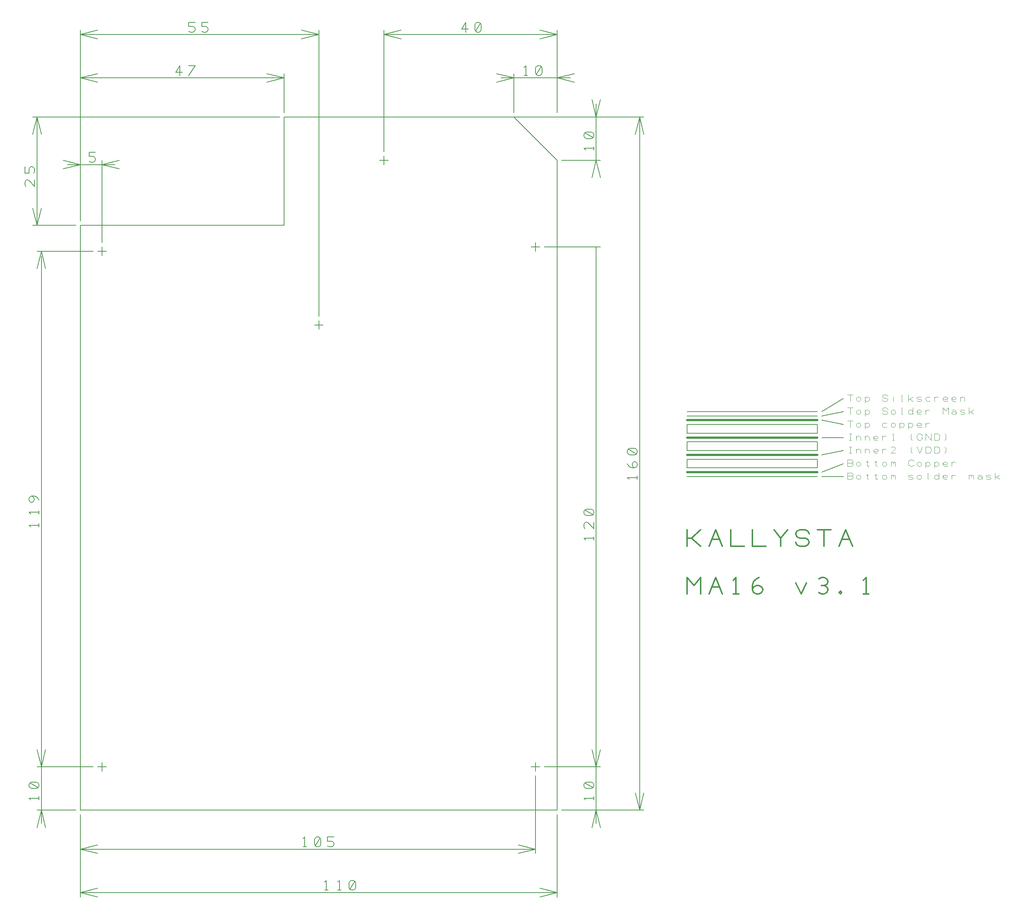
<source format=gbr>
%FSLAX35Y35*%
%MOIN*%
G04 EasyPC Gerber Version 18.0.8 Build 3632 *
%ADD13C,0.00394*%
%ADD10C,0.00500*%
%ADD12C,0.00787*%
%ADD14C,0.01181*%
%ADD11C,0.01969*%
X0Y0D02*
D02*
D10*
X39370Y157480D02*
X90551D01*
X39370Y625984D02*
X90551D01*
X39370Y649606D02*
X35433D01*
X39370D02*
X43307Y665354D01*
X39370Y649606D02*
X35433Y665354D01*
X39370Y748031D02*
X35433Y732283D01*
X39370Y748031D02*
X43307Y732283D01*
X39370Y748031D02*
Y649606D01*
X43307Y118110D02*
Y106299D01*
Y118110D02*
X39370Y102362D01*
X43307Y118110D02*
X47244Y102362D01*
X43307Y157480D02*
Y169291D01*
Y157480D02*
X47244Y173228D01*
X43307Y157480D02*
X39370Y173228D01*
X43307Y157480D02*
Y118110D01*
Y622047D02*
Y169291D01*
Y625984D02*
X39370Y610236D01*
X43307Y625984D02*
X47244Y610236D01*
X74803Y118110D02*
X39370D01*
X74803Y649606D02*
X39370D01*
X74803Y704724D02*
X66929D01*
X78740Y43307D02*
X94488Y39370D01*
X78740Y43307D02*
X94488Y47244D01*
X78740Y78740D02*
Y39370D01*
Y82677D02*
X94488Y78740D01*
X78740Y82677D02*
X94488Y86614D01*
X78740Y114173D02*
Y78740D01*
Y118110D02*
Y649606D01*
X263780*
Y748031*
X472441*
X511811Y708661*
Y118110*
X78740*
Y653543D02*
Y826772D01*
Y704724D02*
X62992Y708661D01*
X78740Y704724D02*
X62992Y700787D01*
X78740Y704724D02*
X74803D01*
X78740D02*
X102362D01*
X78740Y783465D02*
X94488Y779528D01*
X78740Y783465D02*
X94488Y787402D01*
X78740Y783465D02*
X263780D01*
X78740Y822835D02*
X94488Y818898D01*
X78740Y822835D02*
X94488Y826772D01*
X78740Y822835D02*
X295276D01*
X94488Y157480D02*
X102362D01*
X94488Y625984D02*
X102362D01*
X98425Y161417D02*
Y153543D01*
Y629921D02*
Y622047D01*
Y704724D02*
X114173Y700787D01*
X98425Y704724D02*
X114173Y708661D01*
X98425D02*
Y633858D01*
X102362Y704724D02*
X110236D01*
X259843Y748031D02*
X35433D01*
X263780Y751969D02*
Y787402D01*
Y783465D02*
X248031Y787402D01*
X263780Y783465D02*
X248031Y779528D01*
X291339Y559055D02*
X299213D01*
X295276Y562992D02*
Y555118D01*
Y822835D02*
X279528Y826772D01*
X295276Y822835D02*
X279528Y818898D01*
X295276Y826772D02*
Y566929D01*
X350394Y708661D02*
X358268D01*
X354331Y712598D02*
Y704724D01*
Y716535D02*
Y787402D01*
Y822835D02*
X370079Y818898D01*
X354331Y822835D02*
X370079Y826772D01*
X354331Y822835D02*
X511811D01*
X354331Y826772D02*
Y787402D01*
X472441Y783465D02*
X460630D01*
X472441D02*
X456693Y787402D01*
X472441Y783465D02*
X456693Y779528D01*
X472441Y783465D02*
X511811D01*
X472441Y787402D02*
Y751969D01*
X488189Y157480D02*
X496063D01*
X488189Y629921D02*
X496063D01*
X492126Y78740D02*
Y149606D01*
Y82677D02*
X476378Y86614D01*
X492126Y82677D02*
X476378Y78740D01*
X492126Y82677D02*
X78740D01*
X492126Y161417D02*
Y153543D01*
Y633858D02*
Y625984D01*
X511811Y43307D02*
X496063Y47244D01*
X511811Y43307D02*
X496063Y39370D01*
X511811Y43307D02*
X78740D01*
X511811Y78740D02*
Y39370D01*
Y114173D02*
Y78740D01*
Y751969D02*
Y787402D01*
Y783465D02*
X523622D01*
X511811D02*
X527559Y779528D01*
X511811Y783465D02*
X527559Y787402D01*
X511811Y822835D02*
X496063Y826772D01*
X511811Y822835D02*
X496063Y818898D01*
X511811Y826772D02*
Y787402D01*
X515748Y708661D02*
X551181D01*
X547244Y118110D02*
Y106299D01*
Y118110D02*
X543307Y102362D01*
X547244Y118110D02*
X551181Y102362D01*
X547244Y157480D02*
X543307Y173228D01*
X547244Y157480D02*
X551181Y173228D01*
X547244Y629921D02*
Y118110D01*
Y708661D02*
X543307Y692913D01*
X547244Y708661D02*
X551181Y692913D01*
X547244Y748031D02*
Y759843D01*
Y748031D02*
X551181Y763780D01*
X547244Y748031D02*
X543307Y763780D01*
X547244Y748031D02*
Y708661D01*
X551181Y118110D02*
X515748D01*
X551181Y157480D02*
X500000D01*
X551181Y629921D02*
X500000D01*
X551181Y748031D02*
X472441D01*
X586614Y118110D02*
X590551Y133858D01*
X586614Y118110D02*
X582677Y133858D01*
X586614Y748031D02*
X582677Y732283D01*
X586614Y748031D02*
X590551Y732283D01*
X586614Y748031D02*
Y118110D01*
X590551D02*
X551181D01*
X590551Y748031D02*
X551181D01*
X629921Y421260D02*
X748031D01*
X629921Y429134D02*
X748031D01*
Y437008*
X629921*
Y429134*
Y444882D02*
X748031D01*
Y452756*
X629921*
Y444882*
Y460630D02*
X748031D01*
Y468504*
X629921*
Y460630*
Y476378D02*
X748031D01*
X629921Y480315D02*
X748031D01*
X751969Y421260D02*
X771654D01*
X751969Y425197D02*
X771654Y433071D01*
X751969Y440945D02*
X771654Y444882D01*
X751969Y456693D02*
X771654D01*
X751969Y472441D02*
X771654Y468504D01*
X751969Y476378D02*
X771654Y480315D01*
X751969D02*
X771654Y492126D01*
D02*
D11*
X629921Y425197D02*
X748031D01*
X629921Y440945D02*
X748031D01*
X629921Y456693D02*
X748031D01*
X629921Y472441D02*
X748031D01*
D02*
D12*
X37156Y690945D02*
Y685039D01*
X31988Y690207*
X30512Y690945*
X29035Y690207*
X28297Y688730*
Y686516*
X29035Y685039*
X36417Y696850D02*
X37156Y698327D01*
Y700541*
X36417Y702018*
X34941Y702756*
X34203*
X32726Y702018*
X31988Y700541*
Y696850*
X28297*
Y702756*
X41093Y127461D02*
Y130413D01*
Y128937D02*
X32234D01*
X33711Y127461*
X40354Y138533D02*
X41093Y140010D01*
Y141486*
X40354Y142963*
X38878Y143701*
X34449*
X32972Y142963*
X32234Y141486*
Y140010*
X32972Y138533*
X34449Y137795*
X38878*
X40354Y138533*
X32972Y142963*
X41093Y375492D02*
Y378445D01*
Y376969D02*
X32234D01*
X33711Y375492*
X41093Y387303D02*
Y390256D01*
Y388780D02*
X32234D01*
X33711Y387303*
X41093Y399852D02*
X40354Y401329D01*
X38878Y402805*
X36663Y403543*
X34449*
X32972Y402805*
X32234Y401329*
Y399852*
X32972Y398376*
X34449Y397638*
X35925Y398376*
X36663Y399852*
Y401329*
X35925Y402805*
X34449Y403543*
X86614Y707677D02*
X88091Y706939D01*
X90305*
X91781Y707677*
X92520Y709154*
Y709892*
X91781Y711368*
X90305Y712106*
X86614*
Y715797*
X92520*
X169045Y785679D02*
Y794537D01*
X165354Y788632*
X171260*
X177165Y785679D02*
X183071Y794537D01*
X177165*
Y825787D02*
X178642Y825049D01*
X180856*
X182333Y825787*
X183071Y827264*
Y828002*
X182333Y829478*
X180856Y830217*
X177165*
Y833907*
X183071*
X188976Y825787D02*
X190453Y825049D01*
X192667*
X194144Y825787*
X194882Y827264*
Y828002*
X194144Y829478*
X192667Y830217*
X188976*
Y833907*
X194882*
X281004Y84892D02*
X283957D01*
X282480D02*
Y93750D01*
X281004Y92274*
X292077Y85630D02*
X293553Y84892D01*
X295030*
X296506Y85630*
X297244Y87106*
Y91535*
X296506Y93012*
X295030Y93750*
X293553*
X292077Y93012*
X291339Y91535*
Y87106*
X292077Y85630*
X296506Y93012*
X303150Y85630D02*
X304626Y84892D01*
X306841*
X308317Y85630*
X309055Y87106*
Y87844*
X308317Y89321*
X306841Y90059*
X303150*
Y93750*
X309055*
X300689Y45522D02*
X303642D01*
X302165D02*
Y54380D01*
X300689Y52904*
X312500Y45522D02*
X315453D01*
X313976D02*
Y54380D01*
X312500Y52904*
X323573Y46260D02*
X325049Y45522D01*
X326526*
X328002Y46260*
X328740Y47736*
Y52165*
X328002Y53642*
X326526Y54380*
X325049*
X323573Y53642*
X322835Y52165*
Y47736*
X323573Y46260*
X328002Y53642*
X428888Y825049D02*
Y833907D01*
X425197Y828002*
X431102*
X437746Y825787D02*
X439222Y825049D01*
X440699*
X442175Y825787*
X442913Y827264*
Y831693*
X442175Y833169*
X440699Y833907*
X439222*
X437746Y833169*
X437008Y831693*
Y827264*
X437746Y825787*
X442175Y833169*
X481791Y785679D02*
X484744D01*
X483268D02*
Y794537D01*
X481791Y793061*
X492864Y786417D02*
X494341Y785679D01*
X495817*
X497293Y786417*
X498031Y787894*
Y792323*
X497293Y793799*
X495817Y794537*
X494341*
X492864Y793799*
X492126Y792323*
Y787894*
X492864Y786417*
X497293Y793799*
X545030Y127461D02*
Y130413D01*
Y128937D02*
X536171D01*
X537648Y127461*
X544291Y138533D02*
X545030Y140010D01*
Y141486*
X544291Y142963*
X542815Y143701*
X538386*
X536909Y142963*
X536171Y141486*
Y140010*
X536909Y138533*
X538386Y137795*
X542815*
X544291Y138533*
X536909Y142963*
X545030Y363681D02*
Y366634D01*
Y365157D02*
X536171D01*
X537648Y363681*
X545030Y379921D02*
Y374016D01*
X539862Y379183*
X538386Y379921*
X536909Y379183*
X536171Y377707*
Y375492*
X536909Y374016*
X544291Y386565D02*
X545030Y388041D01*
Y389518*
X544291Y390994*
X542815Y391732*
X538386*
X536909Y390994*
X536171Y389518*
Y388041*
X536909Y386565*
X538386Y385827*
X542815*
X544291Y386565*
X536909Y390994*
X545030Y718012D02*
Y720965D01*
Y719488D02*
X536171D01*
X537648Y718012*
X544291Y729085D02*
X545030Y730561D01*
Y732037*
X544291Y733514*
X542815Y734252*
X538386*
X536909Y733514*
X536171Y732037*
Y730561*
X536909Y729085*
X538386Y728346*
X542815*
X544291Y729085*
X536909Y733514*
X584400Y418799D02*
Y421752D01*
Y420276D02*
X575541D01*
X577018Y418799*
X582185Y429134D02*
X580709Y429872D01*
X579970Y431348*
Y432825*
X580709Y434301*
X582185Y435039*
X583661Y434301*
X584400Y432825*
Y431348*
X583661Y429872*
X582185Y429134*
X579970*
X577756Y429872*
X576280Y431348*
X575541Y432825*
X583661Y441683D02*
X584400Y443159D01*
Y444636*
X583661Y446112*
X582185Y446850*
X577756*
X576280Y446112*
X575541Y444636*
Y443159*
X576280Y441683*
X577756Y440945*
X582185*
X583661Y441683*
X576280Y446112*
D02*
D13*
X779035Y421752D02*
X780020Y421260D01*
X780512Y420276*
X780020Y419291*
X779035Y418799*
X775591*
Y424705*
X779035*
X780020Y424213*
X780512Y423228*
X780020Y422244*
X779035Y421752*
X775591*
X783465Y420276D02*
X783957Y419291D01*
X784941Y418799*
X785925*
X786909Y419291*
X787402Y420276*
Y421260*
X786909Y422244*
X785925Y422736*
X784941*
X783957Y422244*
X783465Y421260*
Y420276*
X792323Y422736D02*
X794291D01*
X793307Y423720D02*
Y419291D01*
X793799Y418799*
X794291*
X794783Y419291*
X800197Y422736D02*
X802165D01*
X801181Y423720D02*
Y419291D01*
X801673Y418799*
X802165*
X802657Y419291*
X807087Y420276D02*
X807579Y419291D01*
X808563Y418799*
X809547*
X810531Y419291*
X811024Y420276*
Y421260*
X810531Y422244*
X809547Y422736*
X808563*
X807579Y422244*
X807087Y421260*
Y420276*
X814961Y418799D02*
Y422736D01*
Y422244D02*
X815453Y422736D01*
X816437*
X816929Y422244*
Y420768*
Y422244D02*
X817421Y422736D01*
X818406*
X818898Y422244*
Y418799*
X830709Y419291D02*
X831693Y418799D01*
X833661*
X834646Y419291*
Y420276*
X833661Y420768*
X831693*
X830709Y421260*
Y422244*
X831693Y422736*
X833661*
X834646Y422244*
X838583Y420276D02*
X839075Y419291D01*
X840059Y418799*
X841043*
X842028Y419291*
X842520Y420276*
Y421260*
X842028Y422244*
X841043Y422736*
X840059*
X839075Y422244*
X838583Y421260*
Y420276*
X848917Y418799D02*
X848425D01*
Y424705*
X858268Y421260D02*
X857776Y422244D01*
X856791Y422736*
X855807*
X854823Y422244*
X854331Y421260*
Y420276*
X854823Y419291*
X855807Y418799*
X856791*
X857776Y419291*
X858268Y420276*
Y418799D02*
Y424705D01*
X866142Y419291D02*
X865650Y418799D01*
X864665*
X863681*
X862697Y419291*
X862205Y420276*
Y421752*
X862697Y422244*
X863681Y422736*
X864665*
X865650Y422244*
X866142Y421752*
Y421260*
X865650Y420768*
X864665Y420276*
X863681*
X862697Y420768*
X862205Y421260*
X870079Y418799D02*
Y422736D01*
Y421260D02*
X870571Y422244D01*
X871555Y422736*
X872539*
X873524Y422244*
X885827Y418799D02*
Y422736D01*
Y422244D02*
X886319Y422736D01*
X887303*
X887795Y422244*
Y420768*
Y422244D02*
X888287Y422736D01*
X889272*
X889764Y422244*
Y418799*
X893701Y422244D02*
X894685Y422736D01*
X896161*
X897146Y422244*
X897638Y421260*
Y419783*
X897146Y419291*
X896161Y418799*
X895177*
X894193Y419291*
X893701Y419783*
Y420276*
X894193Y420768*
X895177Y421260*
X896161*
X897146Y420768*
X897638Y420276*
Y419783D02*
Y418799D01*
X901575Y419291D02*
X902559Y418799D01*
X904528*
X905512Y419291*
Y420276*
X904528Y420768*
X902559*
X901575Y421260*
Y422244*
X902559Y422736*
X904528*
X905512Y422244*
X909449Y418799D02*
Y424705D01*
Y420768D02*
X910925D01*
X913386Y422736*
X910925Y420768D02*
X913386Y418799D01*
X779035Y433563D02*
X780020Y433071D01*
X780512Y432087*
X780020Y431102*
X779035Y430610*
X775591*
Y436516*
X779035*
X780020Y436024*
X780512Y435039*
X780020Y434055*
X779035Y433563*
X775591*
X783465Y432087D02*
X783957Y431102D01*
X784941Y430610*
X785925*
X786909Y431102*
X787402Y432087*
Y433071*
X786909Y434055*
X785925Y434547*
X784941*
X783957Y434055*
X783465Y433071*
Y432087*
X792323Y434547D02*
X794291D01*
X793307Y435531D02*
Y431102D01*
X793799Y430610*
X794291*
X794783Y431102*
X800197Y434547D02*
X802165D01*
X801181Y435531D02*
Y431102D01*
X801673Y430610*
X802165*
X802657Y431102*
X807087Y432087D02*
X807579Y431102D01*
X808563Y430610*
X809547*
X810531Y431102*
X811024Y432087*
Y433071*
X810531Y434055*
X809547Y434547*
X808563*
X807579Y434055*
X807087Y433071*
Y432087*
X814961Y430610D02*
Y434547D01*
Y434055D02*
X815453Y434547D01*
X816437*
X816929Y434055*
Y432579*
Y434055D02*
X817421Y434547D01*
X818406*
X818898Y434055*
Y430610*
X835630Y431594D02*
X835138Y431102D01*
X834154Y430610*
X832677*
X831693Y431102*
X831201Y431594*
X830709Y432579*
Y434547*
X831201Y435531*
X831693Y436024*
X832677Y436516*
X834154*
X835138Y436024*
X835630Y435531*
X838583Y432087D02*
X839075Y431102D01*
X840059Y430610*
X841043*
X842028Y431102*
X842520Y432087*
Y433071*
X842028Y434055*
X841043Y434547*
X840059*
X839075Y434055*
X838583Y433071*
Y432087*
X846457Y434547D02*
Y429134D01*
Y432087D02*
X846949Y431102D01*
X847933Y430610*
X848917*
X849902Y431102*
X850394Y432087*
Y433071*
X849902Y434055*
X848917Y434547*
X847933*
X846949Y434055*
X846457Y433071*
Y432087*
X854331Y434547D02*
Y429134D01*
Y432087D02*
X854823Y431102D01*
X855807Y430610*
X856791*
X857776Y431102*
X858268Y432087*
Y433071*
X857776Y434055*
X856791Y434547*
X855807*
X854823Y434055*
X854331Y433071*
Y432087*
X866142Y431102D02*
X865650Y430610D01*
X864665*
X863681*
X862697Y431102*
X862205Y432087*
Y433563*
X862697Y434055*
X863681Y434547*
X864665*
X865650Y434055*
X866142Y433563*
Y433071*
X865650Y432579*
X864665Y432087*
X863681*
X862697Y432579*
X862205Y433071*
X870079Y430610D02*
Y434547D01*
Y433071D02*
X870571Y434055D01*
X871555Y434547*
X872539*
X873524Y434055*
X777067Y442421D02*
X779035D01*
X778051D02*
Y448327D01*
X777067D02*
X779035D01*
X783465Y442421D02*
Y446358D01*
Y444882D02*
X783957Y445866D01*
X784941Y446358*
X785925*
X786909Y445866*
X787402Y444882*
Y442421*
X791339D02*
Y446358D01*
Y444882D02*
X791831Y445866D01*
X792815Y446358*
X793799*
X794783Y445866*
X795276Y444882*
Y442421*
X803150Y442913D02*
X802657Y442421D01*
X801673*
X800689*
X799705Y442913*
X799213Y443898*
Y445374*
X799705Y445866*
X800689Y446358*
X801673*
X802657Y445866*
X803150Y445374*
Y444882*
X802657Y444390*
X801673Y443898*
X800689*
X799705Y444390*
X799213Y444882*
X807087Y442421D02*
Y446358D01*
Y444882D02*
X807579Y445866D01*
X808563Y446358*
X809547*
X810531Y445866*
X818898Y442421D02*
X814961D01*
X818406Y445866*
X818898Y446850*
X818406Y447835*
X817421Y448327*
X815945*
X814961Y447835*
X834154Y442421D02*
X833169Y443898D01*
Y447343*
X834154Y448327*
X838583D02*
X841043Y442421D01*
X843504Y448327*
X846457Y442421D02*
Y448327D01*
X849409*
X850394Y447835*
X850886Y447343*
X851378Y446358*
Y444390*
X850886Y443406*
X850394Y442913*
X849409Y442421*
X846457*
X854331D02*
Y448327D01*
X857283*
X858268Y447835*
X858760Y447343*
X859252Y446358*
Y444390*
X858760Y443406*
X858268Y442913*
X857283Y442421*
X854331*
X863681D02*
X864665Y443898D01*
Y447343*
X863681Y448327*
X777067Y454232D02*
X779035D01*
X778051D02*
Y460138D01*
X777067D02*
X779035D01*
X783465Y454232D02*
Y458169D01*
Y456693D02*
X783957Y457677D01*
X784941Y458169*
X785925*
X786909Y457677*
X787402Y456693*
Y454232*
X791339D02*
Y458169D01*
Y456693D02*
X791831Y457677D01*
X792815Y458169*
X793799*
X794783Y457677*
X795276Y456693*
Y454232*
X803150Y454724D02*
X802657Y454232D01*
X801673*
X800689*
X799705Y454724*
X799213Y455709*
Y457185*
X799705Y457677*
X800689Y458169*
X801673*
X802657Y457677*
X803150Y457185*
Y456693*
X802657Y456201*
X801673Y455709*
X800689*
X799705Y456201*
X799213Y456693*
X807087Y454232D02*
Y458169D01*
Y456693D02*
X807579Y457677D01*
X808563Y458169*
X809547*
X810531Y457677*
X815945Y454232D02*
X817913D01*
X816929D02*
Y460138D01*
X815945Y459154*
X834154Y454232D02*
X833169Y455709D01*
Y459154*
X834154Y460138*
X842028Y456693D02*
X843504D01*
Y456201*
X843012Y455217*
X842520Y454724*
X841535Y454232*
X840551*
X839567Y454724*
X839075Y455217*
X838583Y456201*
Y458169*
X839075Y459154*
X839567Y459646*
X840551Y460138*
X841535*
X842520Y459646*
X843012Y459154*
X843504Y458169*
X846457Y454232D02*
Y460138D01*
X851378Y454232*
Y460138*
X854331Y454232D02*
Y460138D01*
X857283*
X858268Y459646*
X858760Y459154*
X859252Y458169*
Y456201*
X858760Y455217*
X858268Y454724*
X857283Y454232*
X854331*
X863681D02*
X864665Y455709D01*
Y459154*
X863681Y460138*
X778051Y466043D02*
Y471949D01*
X775591D02*
X780512D01*
X783465Y467520D02*
X783957Y466535D01*
X784941Y466043*
X785925*
X786909Y466535*
X787402Y467520*
Y468504*
X786909Y469488*
X785925Y469980*
X784941*
X783957Y469488*
X783465Y468504*
Y467520*
X791339Y469980D02*
Y464567D01*
Y467520D02*
X791831Y466535D01*
X792815Y466043*
X793799*
X794783Y466535*
X795276Y467520*
Y468504*
X794783Y469488*
X793799Y469980*
X792815*
X791831Y469488*
X791339Y468504*
Y467520*
X811024Y469488D02*
X810039Y469980D01*
X808563*
X807579Y469488*
X807087Y468504*
Y467520*
X807579Y466535*
X808563Y466043*
X810039*
X811024Y466535*
X814961Y467520D02*
X815453Y466535D01*
X816437Y466043*
X817421*
X818406Y466535*
X818898Y467520*
Y468504*
X818406Y469488*
X817421Y469980*
X816437*
X815453Y469488*
X814961Y468504*
Y467520*
X822835Y469980D02*
Y464567D01*
Y467520D02*
X823327Y466535D01*
X824311Y466043*
X825295*
X826280Y466535*
X826772Y467520*
Y468504*
X826280Y469488*
X825295Y469980*
X824311*
X823327Y469488*
X822835Y468504*
Y467520*
X830709Y469980D02*
Y464567D01*
Y467520D02*
X831201Y466535D01*
X832185Y466043*
X833169*
X834154Y466535*
X834646Y467520*
Y468504*
X834154Y469488*
X833169Y469980*
X832185*
X831201Y469488*
X830709Y468504*
Y467520*
X842520Y466535D02*
X842028Y466043D01*
X841043*
X840059*
X839075Y466535*
X838583Y467520*
Y468996*
X839075Y469488*
X840059Y469980*
X841043*
X842028Y469488*
X842520Y468996*
Y468504*
X842028Y468012*
X841043Y467520*
X840059*
X839075Y468012*
X838583Y468504*
X846457Y466043D02*
Y469980D01*
Y468504D02*
X846949Y469488D01*
X847933Y469980*
X848917*
X849902Y469488*
X778051Y477854D02*
Y483760D01*
X775591D02*
X780512D01*
X783465Y479331D02*
X783957Y478346D01*
X784941Y477854*
X785925*
X786909Y478346*
X787402Y479331*
Y480315*
X786909Y481299*
X785925Y481791*
X784941*
X783957Y481299*
X783465Y480315*
Y479331*
X791339Y481791D02*
Y476378D01*
Y479331D02*
X791831Y478346D01*
X792815Y477854*
X793799*
X794783Y478346*
X795276Y479331*
Y480315*
X794783Y481299*
X793799Y481791*
X792815*
X791831Y481299*
X791339Y480315*
Y479331*
X807087D02*
X807579Y478346D01*
X808563Y477854*
X810531*
X811516Y478346*
X812008Y479331*
X811516Y480315*
X810531Y480807*
X808563*
X807579Y481299*
X807087Y482283*
X807579Y483268*
X808563Y483760*
X810531*
X811516Y483268*
X812008Y482283*
X814961Y479331D02*
X815453Y478346D01*
X816437Y477854*
X817421*
X818406Y478346*
X818898Y479331*
Y480315*
X818406Y481299*
X817421Y481791*
X816437*
X815453Y481299*
X814961Y480315*
Y479331*
X825295Y477854D02*
X824803D01*
Y483760*
X834646Y480315D02*
X834154Y481299D01*
X833169Y481791*
X832185*
X831201Y481299*
X830709Y480315*
Y479331*
X831201Y478346*
X832185Y477854*
X833169*
X834154Y478346*
X834646Y479331*
Y477854D02*
Y483760D01*
X842520Y478346D02*
X842028Y477854D01*
X841043*
X840059*
X839075Y478346*
X838583Y479331*
Y480807*
X839075Y481299*
X840059Y481791*
X841043*
X842028Y481299*
X842520Y480807*
Y480315*
X842028Y479823*
X841043Y479331*
X840059*
X839075Y479823*
X838583Y480315*
X846457Y477854D02*
Y481791D01*
Y480315D02*
X846949Y481299D01*
X847933Y481791*
X848917*
X849902Y481299*
X862205Y477854D02*
Y483760D01*
X864665Y480807*
X867126Y483760*
Y477854*
X870079Y481299D02*
X871063Y481791D01*
X872539*
X873524Y481299*
X874016Y480315*
Y478839*
X873524Y478346*
X872539Y477854*
X871555*
X870571Y478346*
X870079Y478839*
Y479331*
X870571Y479823*
X871555Y480315*
X872539*
X873524Y479823*
X874016Y479331*
Y478839D02*
Y477854D01*
X877953Y478346D02*
X878937Y477854D01*
X880906*
X881890Y478346*
Y479331*
X880906Y479823*
X878937*
X877953Y480315*
Y481299*
X878937Y481791*
X880906*
X881890Y481299*
X885827Y477854D02*
Y483760D01*
Y479823D02*
X887303D01*
X889764Y481791*
X887303Y479823D02*
X889764Y477854D01*
X778051Y489665D02*
Y495571D01*
X775591D02*
X780512D01*
X783465Y491142D02*
X783957Y490157D01*
X784941Y489665*
X785925*
X786909Y490157*
X787402Y491142*
Y492126*
X786909Y493110*
X785925Y493602*
X784941*
X783957Y493110*
X783465Y492126*
Y491142*
X791339Y493602D02*
Y488189D01*
Y491142D02*
X791831Y490157D01*
X792815Y489665*
X793799*
X794783Y490157*
X795276Y491142*
Y492126*
X794783Y493110*
X793799Y493602*
X792815*
X791831Y493110*
X791339Y492126*
Y491142*
X807087D02*
X807579Y490157D01*
X808563Y489665*
X810531*
X811516Y490157*
X812008Y491142*
X811516Y492126*
X810531Y492618*
X808563*
X807579Y493110*
X807087Y494094*
X807579Y495079*
X808563Y495571*
X810531*
X811516Y495079*
X812008Y494094*
X816929Y489665D02*
Y493602D01*
Y495079D02*
X825295Y489665*
X824803D01*
Y495571*
X830709Y489665D02*
Y495571D01*
Y491634D02*
X832185D01*
X834646Y493602*
X832185Y491634D02*
X834646Y489665D01*
X838583Y490157D02*
X839567Y489665D01*
X841535*
X842520Y490157*
Y491142*
X841535Y491634*
X839567*
X838583Y492126*
Y493110*
X839567Y493602*
X841535*
X842520Y493110*
X850394D02*
X849409Y493602D01*
X847933*
X846949Y493110*
X846457Y492126*
Y491142*
X846949Y490157*
X847933Y489665*
X849409*
X850394Y490157*
X854331Y489665D02*
Y493602D01*
Y492126D02*
X854823Y493110D01*
X855807Y493602*
X856791*
X857776Y493110*
X866142Y490157D02*
X865650Y489665D01*
X864665*
X863681*
X862697Y490157*
X862205Y491142*
Y492618*
X862697Y493110*
X863681Y493602*
X864665*
X865650Y493110*
X866142Y492618*
Y492126*
X865650Y491634*
X864665Y491142*
X863681*
X862697Y491634*
X862205Y492126*
X874016Y490157D02*
X873524Y489665D01*
X872539*
X871555*
X870571Y490157*
X870079Y491142*
Y492618*
X870571Y493110*
X871555Y493602*
X872539*
X873524Y493110*
X874016Y492618*
Y492126*
X873524Y491634*
X872539Y491142*
X871555*
X870571Y491634*
X870079Y492126*
X877953Y489665D02*
Y493602D01*
Y492126D02*
X878445Y493110D01*
X879429Y493602*
X880413*
X881398Y493110*
X881890Y492126*
Y489665*
D02*
D14*
X629921Y314715D02*
Y329478D01*
X636073Y322096*
X642224Y329478*
Y314715*
X649606D02*
X655758Y329478D01*
X661909Y314715*
X652067Y320866D02*
X659449D01*
X671752Y314715D02*
X676673D01*
X674213D02*
Y329478D01*
X671752Y327018*
X688976Y318406D02*
X690207Y320866D01*
X692667Y322096*
X695128*
X697589Y320866*
X698819Y318406*
X697589Y315945*
X695128Y314715*
X692667*
X690207Y315945*
X688976Y318406*
Y322096*
X690207Y325787*
X692667Y328248*
X695128Y329478*
X728346Y324557D02*
X733268Y314715D01*
X738189Y324557*
X749262Y315945D02*
X751722Y314715D01*
X754183*
X756644Y315945*
X757874Y318406*
X756644Y320866*
X754183Y322096*
X751722*
X754183D02*
X756644Y323327D01*
X757874Y325787*
X756644Y328248*
X754183Y329478*
X751722*
X749262Y328248*
X768947Y314715D02*
X770177Y315945D01*
X768947Y317175*
X767717Y315945*
X768947Y314715*
X789862D02*
X794783D01*
X792323D02*
Y329478D01*
X789862Y327018*
X629921Y358022D02*
Y372785D01*
Y365404D02*
X633612D01*
X642224Y372785*
X633612Y365404D02*
X642224Y358022D01*
X649606D02*
X655758Y372785D01*
X661909Y358022*
X652067Y364173D02*
X659449D01*
X669291Y372785D02*
Y358022D01*
X681594*
X688976Y372785D02*
Y358022D01*
X701280*
X714813D02*
Y365404D01*
X708661Y372785*
X714813Y365404D02*
X720965Y372785D01*
X728346Y361713D02*
X729577Y359252D01*
X732037Y358022*
X736959*
X739419Y359252*
X740650Y361713*
X739419Y364173*
X736959Y365404*
X732037*
X729577Y366634*
X728346Y369094*
X729577Y371555*
X732037Y372785*
X736959*
X739419Y371555*
X740650Y369094*
X754183Y358022D02*
Y372785D01*
X748031D02*
X760335D01*
X767717Y358022D02*
X773868Y372785D01*
X780020Y358022*
X770177Y364173D02*
X777559D01*
X0Y0D02*
M02*

</source>
